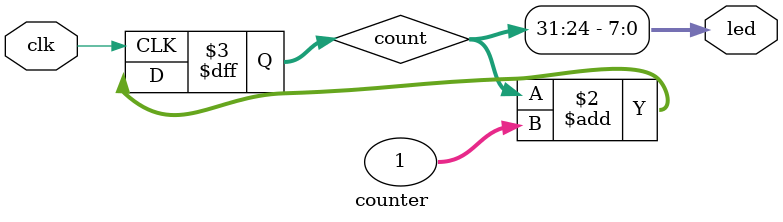
<source format=v>
module counter(input clk, output [7:0] led);
  reg [31:0] count;

  always @(posedge clk) count <= count + 1;
  assign led = count[31:24];
endmodule


</source>
